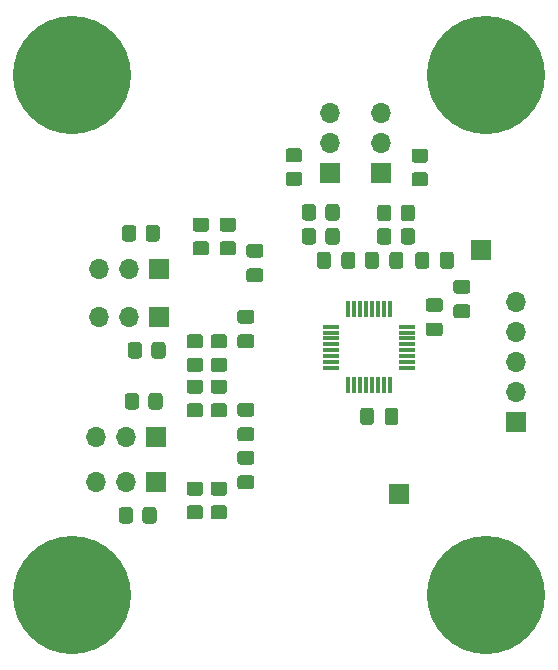
<source format=gbr>
%TF.GenerationSoftware,KiCad,Pcbnew,(5.1.12)-1*%
%TF.CreationDate,2022-06-02T00:13:14+02:00*%
%TF.ProjectId,strain gauge messurment,73747261-696e-4206-9761-756765206d65,rev?*%
%TF.SameCoordinates,Original*%
%TF.FileFunction,Soldermask,Top*%
%TF.FilePolarity,Negative*%
%FSLAX46Y46*%
G04 Gerber Fmt 4.6, Leading zero omitted, Abs format (unit mm)*
G04 Created by KiCad (PCBNEW (5.1.12)-1) date 2022-06-02 00:13:14*
%MOMM*%
%LPD*%
G01*
G04 APERTURE LIST*
%ADD10O,1.700000X1.700000*%
%ADD11R,1.700000X1.700000*%
%ADD12C,0.900000*%
%ADD13C,10.000000*%
%ADD14R,1.450000X0.300000*%
%ADD15R,0.300000X1.450000*%
G04 APERTURE END LIST*
D10*
%TO.C,J9*%
X156210000Y-120650000D03*
X156210000Y-123190000D03*
X156210000Y-125730000D03*
X156210000Y-128270000D03*
D11*
X156210000Y-130810000D03*
%TD*%
D12*
%TO.C,H4*%
X156311650Y-142778350D03*
X153660000Y-141680000D03*
X151008350Y-142778350D03*
X149910000Y-145430000D03*
X151008350Y-148081650D03*
X153660000Y-149180000D03*
X156311650Y-148081650D03*
X157410000Y-145430000D03*
D13*
X153660000Y-145430000D03*
%TD*%
D12*
%TO.C,H3*%
X156311650Y-98778350D03*
X153660000Y-97680000D03*
X151008350Y-98778350D03*
X149910000Y-101430000D03*
X151008350Y-104081650D03*
X153660000Y-105180000D03*
X156311650Y-104081650D03*
X157410000Y-101430000D03*
D13*
X153660000Y-101430000D03*
%TD*%
D12*
%TO.C,H2*%
X121311650Y-142778350D03*
X118660000Y-141680000D03*
X116008350Y-142778350D03*
X114910000Y-145430000D03*
X116008350Y-148081650D03*
X118660000Y-149180000D03*
X121311650Y-148081650D03*
X122410000Y-145430000D03*
D13*
X118660000Y-145430000D03*
%TD*%
D12*
%TO.C,H1*%
X121311650Y-98778350D03*
X118660000Y-97680000D03*
X116008350Y-98778350D03*
X114910000Y-101430000D03*
X116008350Y-104081650D03*
X118660000Y-105180000D03*
X121311650Y-104081650D03*
X122410000Y-101430000D03*
D13*
X118660000Y-101430000D03*
%TD*%
D10*
%TO.C,J6*%
X120650000Y-135890000D03*
X123190000Y-135890000D03*
D11*
X125730000Y-135890000D03*
%TD*%
D10*
%TO.C,J5*%
X120650000Y-132080000D03*
X123190000Y-132080000D03*
D11*
X125730000Y-132080000D03*
%TD*%
D10*
%TO.C,J4*%
X120904000Y-121920000D03*
X123444000Y-121920000D03*
D11*
X125984000Y-121920000D03*
%TD*%
D10*
%TO.C,J3*%
X120904000Y-117856000D03*
X123444000Y-117856000D03*
D11*
X125984000Y-117856000D03*
%TD*%
D10*
%TO.C,J2*%
X140462000Y-104648000D03*
X140462000Y-107188000D03*
D11*
X140462000Y-109728000D03*
%TD*%
D10*
%TO.C,J1*%
X144780000Y-104648000D03*
X144780000Y-107188000D03*
D11*
X144780000Y-109728000D03*
%TD*%
%TO.C,J8*%
X146304000Y-136906000D03*
%TD*%
%TO.C,R18*%
G36*
G01*
X123790000Y-138233999D02*
X123790000Y-139134001D01*
G75*
G02*
X123540001Y-139384000I-249999J0D01*
G01*
X122839999Y-139384000D01*
G75*
G02*
X122590000Y-139134001I0J249999D01*
G01*
X122590000Y-138233999D01*
G75*
G02*
X122839999Y-137984000I249999J0D01*
G01*
X123540001Y-137984000D01*
G75*
G02*
X123790000Y-138233999I0J-249999D01*
G01*
G37*
G36*
G01*
X125790000Y-138233999D02*
X125790000Y-139134001D01*
G75*
G02*
X125540001Y-139384000I-249999J0D01*
G01*
X124839999Y-139384000D01*
G75*
G02*
X124590000Y-139134001I0J249999D01*
G01*
X124590000Y-138233999D01*
G75*
G02*
X124839999Y-137984000I249999J0D01*
G01*
X125540001Y-137984000D01*
G75*
G02*
X125790000Y-138233999I0J-249999D01*
G01*
G37*
%TD*%
%TO.C,R17*%
G36*
G01*
X128581600Y-137830000D02*
X129482400Y-137830000D01*
G75*
G02*
X129732000Y-138079600I0J-249600D01*
G01*
X129732000Y-138780400D01*
G75*
G02*
X129482400Y-139030000I-249600J0D01*
G01*
X128581600Y-139030000D01*
G75*
G02*
X128332000Y-138780400I0J249600D01*
G01*
X128332000Y-138079600D01*
G75*
G02*
X128581600Y-137830000I249600J0D01*
G01*
G37*
G36*
G01*
X128581999Y-135830000D02*
X129482001Y-135830000D01*
G75*
G02*
X129732000Y-136079999I0J-249999D01*
G01*
X129732000Y-136780001D01*
G75*
G02*
X129482001Y-137030000I-249999J0D01*
G01*
X128581999Y-137030000D01*
G75*
G02*
X128332000Y-136780001I0J249999D01*
G01*
X128332000Y-136079999D01*
G75*
G02*
X128581999Y-135830000I249999J0D01*
G01*
G37*
%TD*%
%TO.C,R16*%
G36*
G01*
X124298000Y-128581999D02*
X124298000Y-129482001D01*
G75*
G02*
X124048001Y-129732000I-249999J0D01*
G01*
X123347999Y-129732000D01*
G75*
G02*
X123098000Y-129482001I0J249999D01*
G01*
X123098000Y-128581999D01*
G75*
G02*
X123347999Y-128332000I249999J0D01*
G01*
X124048001Y-128332000D01*
G75*
G02*
X124298000Y-128581999I0J-249999D01*
G01*
G37*
G36*
G01*
X126298000Y-128581999D02*
X126298000Y-129482001D01*
G75*
G02*
X126048001Y-129732000I-249999J0D01*
G01*
X125347999Y-129732000D01*
G75*
G02*
X125098000Y-129482001I0J249999D01*
G01*
X125098000Y-128581999D01*
G75*
G02*
X125347999Y-128332000I249999J0D01*
G01*
X126048001Y-128332000D01*
G75*
G02*
X126298000Y-128581999I0J-249999D01*
G01*
G37*
%TD*%
%TO.C,R15*%
G36*
G01*
X131514001Y-128394000D02*
X130613999Y-128394000D01*
G75*
G02*
X130364000Y-128144001I0J249999D01*
G01*
X130364000Y-127443999D01*
G75*
G02*
X130613999Y-127194000I249999J0D01*
G01*
X131514001Y-127194000D01*
G75*
G02*
X131764000Y-127443999I0J-249999D01*
G01*
X131764000Y-128144001D01*
G75*
G02*
X131514001Y-128394000I-249999J0D01*
G01*
G37*
G36*
G01*
X131514001Y-130394000D02*
X130613999Y-130394000D01*
G75*
G02*
X130364000Y-130144001I0J249999D01*
G01*
X130364000Y-129443999D01*
G75*
G02*
X130613999Y-129194000I249999J0D01*
G01*
X131514001Y-129194000D01*
G75*
G02*
X131764000Y-129443999I0J-249999D01*
G01*
X131764000Y-130144001D01*
G75*
G02*
X131514001Y-130394000I-249999J0D01*
G01*
G37*
%TD*%
%TO.C,R14*%
G36*
G01*
X124552000Y-124263999D02*
X124552000Y-125164001D01*
G75*
G02*
X124302001Y-125414000I-249999J0D01*
G01*
X123601999Y-125414000D01*
G75*
G02*
X123352000Y-125164001I0J249999D01*
G01*
X123352000Y-124263999D01*
G75*
G02*
X123601999Y-124014000I249999J0D01*
G01*
X124302001Y-124014000D01*
G75*
G02*
X124552000Y-124263999I0J-249999D01*
G01*
G37*
G36*
G01*
X126552000Y-124263999D02*
X126552000Y-125164001D01*
G75*
G02*
X126302001Y-125414000I-249999J0D01*
G01*
X125601999Y-125414000D01*
G75*
G02*
X125352000Y-125164001I0J249999D01*
G01*
X125352000Y-124263999D01*
G75*
G02*
X125601999Y-124014000I249999J0D01*
G01*
X126302001Y-124014000D01*
G75*
G02*
X126552000Y-124263999I0J-249999D01*
G01*
G37*
%TD*%
%TO.C,R13*%
G36*
G01*
X130613999Y-125352000D02*
X131514001Y-125352000D01*
G75*
G02*
X131764000Y-125601999I0J-249999D01*
G01*
X131764000Y-126302001D01*
G75*
G02*
X131514001Y-126552000I-249999J0D01*
G01*
X130613999Y-126552000D01*
G75*
G02*
X130364000Y-126302001I0J249999D01*
G01*
X130364000Y-125601999D01*
G75*
G02*
X130613999Y-125352000I249999J0D01*
G01*
G37*
G36*
G01*
X130613999Y-123352000D02*
X131514001Y-123352000D01*
G75*
G02*
X131764000Y-123601999I0J-249999D01*
G01*
X131764000Y-124302001D01*
G75*
G02*
X131514001Y-124552000I-249999J0D01*
G01*
X130613999Y-124552000D01*
G75*
G02*
X130364000Y-124302001I0J249999D01*
G01*
X130364000Y-123601999D01*
G75*
G02*
X130613999Y-123352000I249999J0D01*
G01*
G37*
%TD*%
%TO.C,R12*%
G36*
G01*
X124060000Y-114357600D02*
X124060000Y-115258400D01*
G75*
G02*
X123810400Y-115508000I-249600J0D01*
G01*
X123109600Y-115508000D01*
G75*
G02*
X122860000Y-115258400I0J249600D01*
G01*
X122860000Y-114357600D01*
G75*
G02*
X123109600Y-114108000I249600J0D01*
G01*
X123810400Y-114108000D01*
G75*
G02*
X124060000Y-114357600I0J-249600D01*
G01*
G37*
G36*
G01*
X126060000Y-114357999D02*
X126060000Y-115258001D01*
G75*
G02*
X125810001Y-115508000I-249999J0D01*
G01*
X125109999Y-115508000D01*
G75*
G02*
X124860000Y-115258001I0J249999D01*
G01*
X124860000Y-114357999D01*
G75*
G02*
X125109999Y-114108000I249999J0D01*
G01*
X125810001Y-114108000D01*
G75*
G02*
X126060000Y-114357999I0J-249999D01*
G01*
G37*
%TD*%
%TO.C,R11*%
G36*
G01*
X129990001Y-114678000D02*
X129089999Y-114678000D01*
G75*
G02*
X128840000Y-114428001I0J249999D01*
G01*
X128840000Y-113727999D01*
G75*
G02*
X129089999Y-113478000I249999J0D01*
G01*
X129990001Y-113478000D01*
G75*
G02*
X130240000Y-113727999I0J-249999D01*
G01*
X130240000Y-114428001D01*
G75*
G02*
X129990001Y-114678000I-249999J0D01*
G01*
G37*
G36*
G01*
X129990001Y-116678000D02*
X129089999Y-116678000D01*
G75*
G02*
X128840000Y-116428001I0J249999D01*
G01*
X128840000Y-115727999D01*
G75*
G02*
X129089999Y-115478000I249999J0D01*
G01*
X129990001Y-115478000D01*
G75*
G02*
X130240000Y-115727999I0J-249999D01*
G01*
X130240000Y-116428001D01*
G75*
G02*
X129990001Y-116678000I-249999J0D01*
G01*
G37*
%TD*%
%TO.C,R10*%
G36*
G01*
X137864001Y-108804000D02*
X136963999Y-108804000D01*
G75*
G02*
X136714000Y-108554001I0J249999D01*
G01*
X136714000Y-107853999D01*
G75*
G02*
X136963999Y-107604000I249999J0D01*
G01*
X137864001Y-107604000D01*
G75*
G02*
X138114000Y-107853999I0J-249999D01*
G01*
X138114000Y-108554001D01*
G75*
G02*
X137864001Y-108804000I-249999J0D01*
G01*
G37*
G36*
G01*
X137864001Y-110804000D02*
X136963999Y-110804000D01*
G75*
G02*
X136714000Y-110554001I0J249999D01*
G01*
X136714000Y-109853999D01*
G75*
G02*
X136963999Y-109604000I249999J0D01*
G01*
X137864001Y-109604000D01*
G75*
G02*
X138114000Y-109853999I0J-249999D01*
G01*
X138114000Y-110554001D01*
G75*
G02*
X137864001Y-110804000I-249999J0D01*
G01*
G37*
%TD*%
%TO.C,R9*%
G36*
G01*
X140084000Y-113480001D02*
X140084000Y-112579999D01*
G75*
G02*
X140333999Y-112330000I249999J0D01*
G01*
X141034001Y-112330000D01*
G75*
G02*
X141284000Y-112579999I0J-249999D01*
G01*
X141284000Y-113480001D01*
G75*
G02*
X141034001Y-113730000I-249999J0D01*
G01*
X140333999Y-113730000D01*
G75*
G02*
X140084000Y-113480001I0J249999D01*
G01*
G37*
G36*
G01*
X138084000Y-113480001D02*
X138084000Y-112579999D01*
G75*
G02*
X138333999Y-112330000I249999J0D01*
G01*
X139034001Y-112330000D01*
G75*
G02*
X139284000Y-112579999I0J-249999D01*
G01*
X139284000Y-113480001D01*
G75*
G02*
X139034001Y-113730000I-249999J0D01*
G01*
X138333999Y-113730000D01*
G75*
G02*
X138084000Y-113480001I0J249999D01*
G01*
G37*
%TD*%
%TO.C,R8*%
G36*
G01*
X148532001Y-108836000D02*
X147631999Y-108836000D01*
G75*
G02*
X147382000Y-108586001I0J249999D01*
G01*
X147382000Y-107885999D01*
G75*
G02*
X147631999Y-107636000I249999J0D01*
G01*
X148532001Y-107636000D01*
G75*
G02*
X148782000Y-107885999I0J-249999D01*
G01*
X148782000Y-108586001D01*
G75*
G02*
X148532001Y-108836000I-249999J0D01*
G01*
G37*
G36*
G01*
X148532001Y-110836000D02*
X147631999Y-110836000D01*
G75*
G02*
X147382000Y-110586001I0J249999D01*
G01*
X147382000Y-109885999D01*
G75*
G02*
X147631999Y-109636000I249999J0D01*
G01*
X148532001Y-109636000D01*
G75*
G02*
X148782000Y-109885999I0J-249999D01*
G01*
X148782000Y-110586001D01*
G75*
G02*
X148532001Y-110836000I-249999J0D01*
G01*
G37*
%TD*%
%TO.C,R7*%
G36*
G01*
X146466000Y-113543501D02*
X146466000Y-112643499D01*
G75*
G02*
X146715999Y-112393500I249999J0D01*
G01*
X147416001Y-112393500D01*
G75*
G02*
X147666000Y-112643499I0J-249999D01*
G01*
X147666000Y-113543501D01*
G75*
G02*
X147416001Y-113793500I-249999J0D01*
G01*
X146715999Y-113793500D01*
G75*
G02*
X146466000Y-113543501I0J249999D01*
G01*
G37*
G36*
G01*
X144466000Y-113543501D02*
X144466000Y-112643499D01*
G75*
G02*
X144715999Y-112393500I249999J0D01*
G01*
X145416001Y-112393500D01*
G75*
G02*
X145666000Y-112643499I0J-249999D01*
G01*
X145666000Y-113543501D01*
G75*
G02*
X145416001Y-113793500I-249999J0D01*
G01*
X144715999Y-113793500D01*
G75*
G02*
X144466000Y-113543501I0J249999D01*
G01*
G37*
%TD*%
%TO.C,R6*%
G36*
G01*
X130613999Y-137830000D02*
X131514001Y-137830000D01*
G75*
G02*
X131764000Y-138079999I0J-249999D01*
G01*
X131764000Y-138780001D01*
G75*
G02*
X131514001Y-139030000I-249999J0D01*
G01*
X130613999Y-139030000D01*
G75*
G02*
X130364000Y-138780001I0J249999D01*
G01*
X130364000Y-138079999D01*
G75*
G02*
X130613999Y-137830000I249999J0D01*
G01*
G37*
G36*
G01*
X130613999Y-135830000D02*
X131514001Y-135830000D01*
G75*
G02*
X131764000Y-136079999I0J-249999D01*
G01*
X131764000Y-136780001D01*
G75*
G02*
X131514001Y-137030000I-249999J0D01*
G01*
X130613999Y-137030000D01*
G75*
G02*
X130364000Y-136780001I0J249999D01*
G01*
X130364000Y-136079999D01*
G75*
G02*
X130613999Y-135830000I249999J0D01*
G01*
G37*
%TD*%
%TO.C,R5*%
G36*
G01*
X129482001Y-128394000D02*
X128581999Y-128394000D01*
G75*
G02*
X128332000Y-128144001I0J249999D01*
G01*
X128332000Y-127443999D01*
G75*
G02*
X128581999Y-127194000I249999J0D01*
G01*
X129482001Y-127194000D01*
G75*
G02*
X129732000Y-127443999I0J-249999D01*
G01*
X129732000Y-128144001D01*
G75*
G02*
X129482001Y-128394000I-249999J0D01*
G01*
G37*
G36*
G01*
X129482001Y-130394000D02*
X128581999Y-130394000D01*
G75*
G02*
X128332000Y-130144001I0J249999D01*
G01*
X128332000Y-129443999D01*
G75*
G02*
X128581999Y-129194000I249999J0D01*
G01*
X129482001Y-129194000D01*
G75*
G02*
X129732000Y-129443999I0J-249999D01*
G01*
X129732000Y-130144001D01*
G75*
G02*
X129482001Y-130394000I-249999J0D01*
G01*
G37*
%TD*%
%TO.C,R4*%
G36*
G01*
X128581999Y-125352000D02*
X129482001Y-125352000D01*
G75*
G02*
X129732000Y-125601999I0J-249999D01*
G01*
X129732000Y-126302001D01*
G75*
G02*
X129482001Y-126552000I-249999J0D01*
G01*
X128581999Y-126552000D01*
G75*
G02*
X128332000Y-126302001I0J249999D01*
G01*
X128332000Y-125601999D01*
G75*
G02*
X128581999Y-125352000I249999J0D01*
G01*
G37*
G36*
G01*
X128581999Y-123352000D02*
X129482001Y-123352000D01*
G75*
G02*
X129732000Y-123601999I0J-249999D01*
G01*
X129732000Y-124302001D01*
G75*
G02*
X129482001Y-124552000I-249999J0D01*
G01*
X128581999Y-124552000D01*
G75*
G02*
X128332000Y-124302001I0J249999D01*
G01*
X128332000Y-123601999D01*
G75*
G02*
X128581999Y-123352000I249999J0D01*
G01*
G37*
%TD*%
%TO.C,R3*%
G36*
G01*
X132276001Y-114678000D02*
X131375999Y-114678000D01*
G75*
G02*
X131126000Y-114428001I0J249999D01*
G01*
X131126000Y-113727999D01*
G75*
G02*
X131375999Y-113478000I249999J0D01*
G01*
X132276001Y-113478000D01*
G75*
G02*
X132526000Y-113727999I0J-249999D01*
G01*
X132526000Y-114428001D01*
G75*
G02*
X132276001Y-114678000I-249999J0D01*
G01*
G37*
G36*
G01*
X132276400Y-116678000D02*
X131375600Y-116678000D01*
G75*
G02*
X131126000Y-116428400I0J249600D01*
G01*
X131126000Y-115727600D01*
G75*
G02*
X131375600Y-115478000I249600J0D01*
G01*
X132276400Y-115478000D01*
G75*
G02*
X132526000Y-115727600I0J-249600D01*
G01*
X132526000Y-116428400D01*
G75*
G02*
X132276400Y-116678000I-249600J0D01*
G01*
G37*
%TD*%
%TO.C,R2*%
G36*
G01*
X140084000Y-115512001D02*
X140084000Y-114611999D01*
G75*
G02*
X140333999Y-114362000I249999J0D01*
G01*
X141034001Y-114362000D01*
G75*
G02*
X141284000Y-114611999I0J-249999D01*
G01*
X141284000Y-115512001D01*
G75*
G02*
X141034001Y-115762000I-249999J0D01*
G01*
X140333999Y-115762000D01*
G75*
G02*
X140084000Y-115512001I0J249999D01*
G01*
G37*
G36*
G01*
X138084000Y-115512001D02*
X138084000Y-114611999D01*
G75*
G02*
X138333999Y-114362000I249999J0D01*
G01*
X139034001Y-114362000D01*
G75*
G02*
X139284000Y-114611999I0J-249999D01*
G01*
X139284000Y-115512001D01*
G75*
G02*
X139034001Y-115762000I-249999J0D01*
G01*
X138333999Y-115762000D01*
G75*
G02*
X138084000Y-115512001I0J249999D01*
G01*
G37*
%TD*%
%TO.C,R1*%
G36*
G01*
X146466000Y-115512001D02*
X146466000Y-114611999D01*
G75*
G02*
X146715999Y-114362000I249999J0D01*
G01*
X147416001Y-114362000D01*
G75*
G02*
X147666000Y-114611999I0J-249999D01*
G01*
X147666000Y-115512001D01*
G75*
G02*
X147416001Y-115762000I-249999J0D01*
G01*
X146715999Y-115762000D01*
G75*
G02*
X146466000Y-115512001I0J249999D01*
G01*
G37*
G36*
G01*
X144466000Y-115512001D02*
X144466000Y-114611999D01*
G75*
G02*
X144715999Y-114362000I249999J0D01*
G01*
X145416001Y-114362000D01*
G75*
G02*
X145666000Y-114611999I0J-249999D01*
G01*
X145666000Y-115512001D01*
G75*
G02*
X145416001Y-115762000I-249999J0D01*
G01*
X144715999Y-115762000D01*
G75*
G02*
X144466000Y-115512001I0J249999D01*
G01*
G37*
%TD*%
%TO.C,J7*%
X153290000Y-116230000D03*
%TD*%
D14*
%TO.C,IC1*%
X140539000Y-122710000D03*
X140539000Y-123210000D03*
X140539000Y-123710000D03*
X140539000Y-124210000D03*
X140539000Y-124710000D03*
X140539000Y-125210000D03*
X140539000Y-125710000D03*
X140539000Y-126210000D03*
D15*
X142014000Y-127685000D03*
X142514000Y-127685000D03*
X143014000Y-127685000D03*
X143514000Y-127685000D03*
X144014000Y-127685000D03*
X144514000Y-127685000D03*
X145014000Y-127685000D03*
X145514000Y-127685000D03*
D14*
X146989000Y-126210000D03*
X146989000Y-125710000D03*
X146989000Y-125210000D03*
X146989000Y-124710000D03*
X146989000Y-124210000D03*
X146989000Y-123710000D03*
X146989000Y-123210000D03*
X146989000Y-122710000D03*
D15*
X145514000Y-121235000D03*
X145014000Y-121235000D03*
X144514000Y-121235000D03*
X144014000Y-121235000D03*
X143514000Y-121235000D03*
X143014000Y-121235000D03*
X142514000Y-121235000D03*
X142014000Y-121235000D03*
%TD*%
%TO.C,C17*%
G36*
G01*
X149775000Y-121462500D02*
X148825000Y-121462500D01*
G75*
G02*
X148575000Y-121212500I0J250000D01*
G01*
X148575000Y-120537500D01*
G75*
G02*
X148825000Y-120287500I250000J0D01*
G01*
X149775000Y-120287500D01*
G75*
G02*
X150025000Y-120537500I0J-250000D01*
G01*
X150025000Y-121212500D01*
G75*
G02*
X149775000Y-121462500I-250000J0D01*
G01*
G37*
G36*
G01*
X149775000Y-123537500D02*
X148825000Y-123537500D01*
G75*
G02*
X148575000Y-123287500I0J250000D01*
G01*
X148575000Y-122612500D01*
G75*
G02*
X148825000Y-122362500I250000J0D01*
G01*
X149775000Y-122362500D01*
G75*
G02*
X150025000Y-122612500I0J-250000D01*
G01*
X150025000Y-123287500D01*
G75*
G02*
X149775000Y-123537500I-250000J0D01*
G01*
G37*
%TD*%
%TO.C,C16*%
G36*
G01*
X151163000Y-120824500D02*
X152113000Y-120824500D01*
G75*
G02*
X152363000Y-121074500I0J-250000D01*
G01*
X152363000Y-121749500D01*
G75*
G02*
X152113000Y-121999500I-250000J0D01*
G01*
X151163000Y-121999500D01*
G75*
G02*
X150913000Y-121749500I0J250000D01*
G01*
X150913000Y-121074500D01*
G75*
G02*
X151163000Y-120824500I250000J0D01*
G01*
G37*
G36*
G01*
X151163000Y-118749500D02*
X152113000Y-118749500D01*
G75*
G02*
X152363000Y-118999500I0J-250000D01*
G01*
X152363000Y-119674500D01*
G75*
G02*
X152113000Y-119924500I-250000J0D01*
G01*
X151163000Y-119924500D01*
G75*
G02*
X150913000Y-119674500I0J250000D01*
G01*
X150913000Y-118999500D01*
G75*
G02*
X151163000Y-118749500I250000J0D01*
G01*
G37*
%TD*%
%TO.C,C14*%
G36*
G01*
X144192500Y-129835000D02*
X144192500Y-130785000D01*
G75*
G02*
X143942500Y-131035000I-250000J0D01*
G01*
X143267500Y-131035000D01*
G75*
G02*
X143017500Y-130785000I0J250000D01*
G01*
X143017500Y-129835000D01*
G75*
G02*
X143267500Y-129585000I250000J0D01*
G01*
X143942500Y-129585000D01*
G75*
G02*
X144192500Y-129835000I0J-250000D01*
G01*
G37*
G36*
G01*
X146267500Y-129835000D02*
X146267500Y-130785000D01*
G75*
G02*
X146017500Y-131035000I-250000J0D01*
G01*
X145342500Y-131035000D01*
G75*
G02*
X145092500Y-130785000I0J250000D01*
G01*
X145092500Y-129835000D01*
G75*
G02*
X145342500Y-129585000I250000J0D01*
G01*
X146017500Y-129585000D01*
G75*
G02*
X146267500Y-129835000I0J-250000D01*
G01*
G37*
%TD*%
%TO.C,C13*%
G36*
G01*
X149780500Y-117568725D02*
X149780500Y-116619275D01*
G75*
G02*
X150030775Y-116369000I250275J0D01*
G01*
X150705225Y-116369000D01*
G75*
G02*
X150955500Y-116619275I0J-250275D01*
G01*
X150955500Y-117568725D01*
G75*
G02*
X150705225Y-117819000I-250275J0D01*
G01*
X150030775Y-117819000D01*
G75*
G02*
X149780500Y-117568725I0J250275D01*
G01*
G37*
G36*
G01*
X147705500Y-117569000D02*
X147705500Y-116619000D01*
G75*
G02*
X147955500Y-116369000I250000J0D01*
G01*
X148630500Y-116369000D01*
G75*
G02*
X148880500Y-116619000I0J-250000D01*
G01*
X148880500Y-117569000D01*
G75*
G02*
X148630500Y-117819000I-250000J0D01*
G01*
X147955500Y-117819000D01*
G75*
G02*
X147705500Y-117569000I0J250000D01*
G01*
G37*
%TD*%
%TO.C,C11*%
G36*
G01*
X144605500Y-116619000D02*
X144605500Y-117569000D01*
G75*
G02*
X144355500Y-117819000I-250000J0D01*
G01*
X143680500Y-117819000D01*
G75*
G02*
X143430500Y-117569000I0J250000D01*
G01*
X143430500Y-116619000D01*
G75*
G02*
X143680500Y-116369000I250000J0D01*
G01*
X144355500Y-116369000D01*
G75*
G02*
X144605500Y-116619000I0J-250000D01*
G01*
G37*
G36*
G01*
X146680500Y-116619000D02*
X146680500Y-117569000D01*
G75*
G02*
X146430500Y-117819000I-250000J0D01*
G01*
X145755500Y-117819000D01*
G75*
G02*
X145505500Y-117569000I0J250000D01*
G01*
X145505500Y-116619000D01*
G75*
G02*
X145755500Y-116369000I250000J0D01*
G01*
X146430500Y-116369000D01*
G75*
G02*
X146680500Y-116619000I0J-250000D01*
G01*
G37*
%TD*%
%TO.C,C9*%
G36*
G01*
X140541500Y-116619000D02*
X140541500Y-117569000D01*
G75*
G02*
X140291500Y-117819000I-250000J0D01*
G01*
X139616500Y-117819000D01*
G75*
G02*
X139366500Y-117569000I0J250000D01*
G01*
X139366500Y-116619000D01*
G75*
G02*
X139616500Y-116369000I250000J0D01*
G01*
X140291500Y-116369000D01*
G75*
G02*
X140541500Y-116619000I0J-250000D01*
G01*
G37*
G36*
G01*
X142616500Y-116619000D02*
X142616500Y-117569000D01*
G75*
G02*
X142366500Y-117819000I-250000J0D01*
G01*
X141691500Y-117819000D01*
G75*
G02*
X141441500Y-117569000I0J250000D01*
G01*
X141441500Y-116619000D01*
G75*
G02*
X141691500Y-116369000I250000J0D01*
G01*
X142366500Y-116369000D01*
G75*
G02*
X142616500Y-116619000I0J-250000D01*
G01*
G37*
%TD*%
%TO.C,C6*%
G36*
G01*
X132875000Y-135302500D02*
X133825000Y-135302500D01*
G75*
G02*
X134075000Y-135552500I0J-250000D01*
G01*
X134075000Y-136227500D01*
G75*
G02*
X133825000Y-136477500I-250000J0D01*
G01*
X132875000Y-136477500D01*
G75*
G02*
X132625000Y-136227500I0J250000D01*
G01*
X132625000Y-135552500D01*
G75*
G02*
X132875000Y-135302500I250000J0D01*
G01*
G37*
G36*
G01*
X132875000Y-133227500D02*
X133825000Y-133227500D01*
G75*
G02*
X134075000Y-133477500I0J-250000D01*
G01*
X134075000Y-134152500D01*
G75*
G02*
X133825000Y-134402500I-250000J0D01*
G01*
X132875000Y-134402500D01*
G75*
G02*
X132625000Y-134152500I0J250000D01*
G01*
X132625000Y-133477500D01*
G75*
G02*
X132875000Y-133227500I250000J0D01*
G01*
G37*
%TD*%
%TO.C,C5*%
G36*
G01*
X132875275Y-131238500D02*
X133824725Y-131238500D01*
G75*
G02*
X134075000Y-131488775I0J-250275D01*
G01*
X134075000Y-132163225D01*
G75*
G02*
X133824725Y-132413500I-250275J0D01*
G01*
X132875275Y-132413500D01*
G75*
G02*
X132625000Y-132163225I0J250275D01*
G01*
X132625000Y-131488775D01*
G75*
G02*
X132875275Y-131238500I250275J0D01*
G01*
G37*
G36*
G01*
X132875000Y-129163500D02*
X133825000Y-129163500D01*
G75*
G02*
X134075000Y-129413500I0J-250000D01*
G01*
X134075000Y-130088500D01*
G75*
G02*
X133825000Y-130338500I-250000J0D01*
G01*
X132875000Y-130338500D01*
G75*
G02*
X132625000Y-130088500I0J250000D01*
G01*
X132625000Y-129413500D01*
G75*
G02*
X132875000Y-129163500I250000J0D01*
G01*
G37*
%TD*%
%TO.C,C4*%
G36*
G01*
X132875000Y-123364500D02*
X133825000Y-123364500D01*
G75*
G02*
X134075000Y-123614500I0J-250000D01*
G01*
X134075000Y-124289500D01*
G75*
G02*
X133825000Y-124539500I-250000J0D01*
G01*
X132875000Y-124539500D01*
G75*
G02*
X132625000Y-124289500I0J250000D01*
G01*
X132625000Y-123614500D01*
G75*
G02*
X132875000Y-123364500I250000J0D01*
G01*
G37*
G36*
G01*
X132875000Y-121289500D02*
X133825000Y-121289500D01*
G75*
G02*
X134075000Y-121539500I0J-250000D01*
G01*
X134075000Y-122214500D01*
G75*
G02*
X133825000Y-122464500I-250000J0D01*
G01*
X132875000Y-122464500D01*
G75*
G02*
X132625000Y-122214500I0J250000D01*
G01*
X132625000Y-121539500D01*
G75*
G02*
X132875000Y-121289500I250000J0D01*
G01*
G37*
%TD*%
%TO.C,C3*%
G36*
G01*
X133637275Y-117776500D02*
X134586725Y-117776500D01*
G75*
G02*
X134837000Y-118026775I0J-250275D01*
G01*
X134837000Y-118701225D01*
G75*
G02*
X134586725Y-118951500I-250275J0D01*
G01*
X133637275Y-118951500D01*
G75*
G02*
X133387000Y-118701225I0J250275D01*
G01*
X133387000Y-118026775D01*
G75*
G02*
X133637275Y-117776500I250275J0D01*
G01*
G37*
G36*
G01*
X133637000Y-115701500D02*
X134587000Y-115701500D01*
G75*
G02*
X134837000Y-115951500I0J-250000D01*
G01*
X134837000Y-116626500D01*
G75*
G02*
X134587000Y-116876500I-250000J0D01*
G01*
X133637000Y-116876500D01*
G75*
G02*
X133387000Y-116626500I0J250000D01*
G01*
X133387000Y-115951500D01*
G75*
G02*
X133637000Y-115701500I250000J0D01*
G01*
G37*
%TD*%
M02*

</source>
